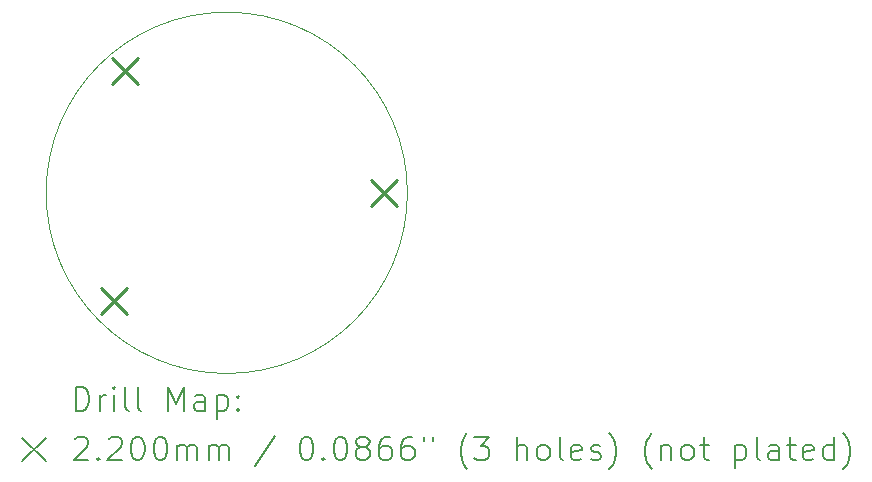
<source format=gbr>
%TF.GenerationSoftware,KiCad,Pcbnew,6.0.7*%
%TF.CreationDate,2022-09-06T10:13:32+02:00*%
%TF.ProjectId,gluhwurmchen,676c7568-7775-4726-9d63-68656e2e6b69,rev?*%
%TF.SameCoordinates,Original*%
%TF.FileFunction,Drillmap*%
%TF.FilePolarity,Positive*%
%FSLAX45Y45*%
G04 Gerber Fmt 4.5, Leading zero omitted, Abs format (unit mm)*
G04 Created by KiCad (PCBNEW 6.0.7) date 2022-09-06 10:13:32*
%MOMM*%
%LPD*%
G01*
G04 APERTURE LIST*
%ADD10C,0.100000*%
%ADD11C,0.200000*%
%ADD12C,0.220000*%
G04 APERTURE END LIST*
D10*
X9784283Y-8890000D02*
G75*
G03*
X9784283Y-8890000I-1529283J0D01*
G01*
D11*
D12*
X7192500Y-9694400D02*
X7412500Y-9914400D01*
X7412500Y-9694400D02*
X7192500Y-9914400D01*
X7281400Y-7751300D02*
X7501400Y-7971300D01*
X7501400Y-7751300D02*
X7281400Y-7971300D01*
X9478500Y-8780000D02*
X9698500Y-9000000D01*
X9698500Y-8780000D02*
X9478500Y-9000000D01*
D11*
X6978336Y-10734759D02*
X6978336Y-10534759D01*
X7025955Y-10534759D01*
X7054527Y-10544283D01*
X7073575Y-10563330D01*
X7083098Y-10582378D01*
X7092622Y-10620473D01*
X7092622Y-10649044D01*
X7083098Y-10687140D01*
X7073575Y-10706187D01*
X7054527Y-10725235D01*
X7025955Y-10734759D01*
X6978336Y-10734759D01*
X7178336Y-10734759D02*
X7178336Y-10601425D01*
X7178336Y-10639521D02*
X7187860Y-10620473D01*
X7197384Y-10610949D01*
X7216432Y-10601425D01*
X7235479Y-10601425D01*
X7302146Y-10734759D02*
X7302146Y-10601425D01*
X7302146Y-10534759D02*
X7292622Y-10544283D01*
X7302146Y-10553806D01*
X7311670Y-10544283D01*
X7302146Y-10534759D01*
X7302146Y-10553806D01*
X7425955Y-10734759D02*
X7406908Y-10725235D01*
X7397384Y-10706187D01*
X7397384Y-10534759D01*
X7530717Y-10734759D02*
X7511670Y-10725235D01*
X7502146Y-10706187D01*
X7502146Y-10534759D01*
X7759289Y-10734759D02*
X7759289Y-10534759D01*
X7825955Y-10677616D01*
X7892622Y-10534759D01*
X7892622Y-10734759D01*
X8073575Y-10734759D02*
X8073575Y-10629997D01*
X8064051Y-10610949D01*
X8045003Y-10601425D01*
X8006908Y-10601425D01*
X7987860Y-10610949D01*
X8073575Y-10725235D02*
X8054527Y-10734759D01*
X8006908Y-10734759D01*
X7987860Y-10725235D01*
X7978336Y-10706187D01*
X7978336Y-10687140D01*
X7987860Y-10668092D01*
X8006908Y-10658568D01*
X8054527Y-10658568D01*
X8073575Y-10649044D01*
X8168813Y-10601425D02*
X8168813Y-10801425D01*
X8168813Y-10610949D02*
X8187860Y-10601425D01*
X8225955Y-10601425D01*
X8245003Y-10610949D01*
X8254527Y-10620473D01*
X8264051Y-10639521D01*
X8264051Y-10696663D01*
X8254527Y-10715711D01*
X8245003Y-10725235D01*
X8225955Y-10734759D01*
X8187860Y-10734759D01*
X8168813Y-10725235D01*
X8349765Y-10715711D02*
X8359289Y-10725235D01*
X8349765Y-10734759D01*
X8340241Y-10725235D01*
X8349765Y-10715711D01*
X8349765Y-10734759D01*
X8349765Y-10610949D02*
X8359289Y-10620473D01*
X8349765Y-10629997D01*
X8340241Y-10620473D01*
X8349765Y-10610949D01*
X8349765Y-10629997D01*
X6520717Y-10964283D02*
X6720717Y-11164283D01*
X6720717Y-10964283D02*
X6520717Y-11164283D01*
X6968813Y-10973806D02*
X6978336Y-10964283D01*
X6997384Y-10954759D01*
X7045003Y-10954759D01*
X7064051Y-10964283D01*
X7073575Y-10973806D01*
X7083098Y-10992854D01*
X7083098Y-11011902D01*
X7073575Y-11040473D01*
X6959289Y-11154759D01*
X7083098Y-11154759D01*
X7168813Y-11135711D02*
X7178336Y-11145235D01*
X7168813Y-11154759D01*
X7159289Y-11145235D01*
X7168813Y-11135711D01*
X7168813Y-11154759D01*
X7254527Y-10973806D02*
X7264051Y-10964283D01*
X7283098Y-10954759D01*
X7330717Y-10954759D01*
X7349765Y-10964283D01*
X7359289Y-10973806D01*
X7368813Y-10992854D01*
X7368813Y-11011902D01*
X7359289Y-11040473D01*
X7245003Y-11154759D01*
X7368813Y-11154759D01*
X7492622Y-10954759D02*
X7511670Y-10954759D01*
X7530717Y-10964283D01*
X7540241Y-10973806D01*
X7549765Y-10992854D01*
X7559289Y-11030949D01*
X7559289Y-11078568D01*
X7549765Y-11116663D01*
X7540241Y-11135711D01*
X7530717Y-11145235D01*
X7511670Y-11154759D01*
X7492622Y-11154759D01*
X7473575Y-11145235D01*
X7464051Y-11135711D01*
X7454527Y-11116663D01*
X7445003Y-11078568D01*
X7445003Y-11030949D01*
X7454527Y-10992854D01*
X7464051Y-10973806D01*
X7473575Y-10964283D01*
X7492622Y-10954759D01*
X7683098Y-10954759D02*
X7702146Y-10954759D01*
X7721194Y-10964283D01*
X7730717Y-10973806D01*
X7740241Y-10992854D01*
X7749765Y-11030949D01*
X7749765Y-11078568D01*
X7740241Y-11116663D01*
X7730717Y-11135711D01*
X7721194Y-11145235D01*
X7702146Y-11154759D01*
X7683098Y-11154759D01*
X7664051Y-11145235D01*
X7654527Y-11135711D01*
X7645003Y-11116663D01*
X7635479Y-11078568D01*
X7635479Y-11030949D01*
X7645003Y-10992854D01*
X7654527Y-10973806D01*
X7664051Y-10964283D01*
X7683098Y-10954759D01*
X7835479Y-11154759D02*
X7835479Y-11021425D01*
X7835479Y-11040473D02*
X7845003Y-11030949D01*
X7864051Y-11021425D01*
X7892622Y-11021425D01*
X7911670Y-11030949D01*
X7921194Y-11049997D01*
X7921194Y-11154759D01*
X7921194Y-11049997D02*
X7930717Y-11030949D01*
X7949765Y-11021425D01*
X7978336Y-11021425D01*
X7997384Y-11030949D01*
X8006908Y-11049997D01*
X8006908Y-11154759D01*
X8102146Y-11154759D02*
X8102146Y-11021425D01*
X8102146Y-11040473D02*
X8111670Y-11030949D01*
X8130717Y-11021425D01*
X8159289Y-11021425D01*
X8178336Y-11030949D01*
X8187860Y-11049997D01*
X8187860Y-11154759D01*
X8187860Y-11049997D02*
X8197384Y-11030949D01*
X8216432Y-11021425D01*
X8245003Y-11021425D01*
X8264051Y-11030949D01*
X8273575Y-11049997D01*
X8273575Y-11154759D01*
X8664051Y-10945235D02*
X8492622Y-11202378D01*
X8921194Y-10954759D02*
X8940241Y-10954759D01*
X8959289Y-10964283D01*
X8968813Y-10973806D01*
X8978337Y-10992854D01*
X8987860Y-11030949D01*
X8987860Y-11078568D01*
X8978337Y-11116663D01*
X8968813Y-11135711D01*
X8959289Y-11145235D01*
X8940241Y-11154759D01*
X8921194Y-11154759D01*
X8902146Y-11145235D01*
X8892622Y-11135711D01*
X8883098Y-11116663D01*
X8873575Y-11078568D01*
X8873575Y-11030949D01*
X8883098Y-10992854D01*
X8892622Y-10973806D01*
X8902146Y-10964283D01*
X8921194Y-10954759D01*
X9073575Y-11135711D02*
X9083098Y-11145235D01*
X9073575Y-11154759D01*
X9064051Y-11145235D01*
X9073575Y-11135711D01*
X9073575Y-11154759D01*
X9206908Y-10954759D02*
X9225956Y-10954759D01*
X9245003Y-10964283D01*
X9254527Y-10973806D01*
X9264051Y-10992854D01*
X9273575Y-11030949D01*
X9273575Y-11078568D01*
X9264051Y-11116663D01*
X9254527Y-11135711D01*
X9245003Y-11145235D01*
X9225956Y-11154759D01*
X9206908Y-11154759D01*
X9187860Y-11145235D01*
X9178337Y-11135711D01*
X9168813Y-11116663D01*
X9159289Y-11078568D01*
X9159289Y-11030949D01*
X9168813Y-10992854D01*
X9178337Y-10973806D01*
X9187860Y-10964283D01*
X9206908Y-10954759D01*
X9387860Y-11040473D02*
X9368813Y-11030949D01*
X9359289Y-11021425D01*
X9349765Y-11002378D01*
X9349765Y-10992854D01*
X9359289Y-10973806D01*
X9368813Y-10964283D01*
X9387860Y-10954759D01*
X9425956Y-10954759D01*
X9445003Y-10964283D01*
X9454527Y-10973806D01*
X9464051Y-10992854D01*
X9464051Y-11002378D01*
X9454527Y-11021425D01*
X9445003Y-11030949D01*
X9425956Y-11040473D01*
X9387860Y-11040473D01*
X9368813Y-11049997D01*
X9359289Y-11059521D01*
X9349765Y-11078568D01*
X9349765Y-11116663D01*
X9359289Y-11135711D01*
X9368813Y-11145235D01*
X9387860Y-11154759D01*
X9425956Y-11154759D01*
X9445003Y-11145235D01*
X9454527Y-11135711D01*
X9464051Y-11116663D01*
X9464051Y-11078568D01*
X9454527Y-11059521D01*
X9445003Y-11049997D01*
X9425956Y-11040473D01*
X9635479Y-10954759D02*
X9597384Y-10954759D01*
X9578337Y-10964283D01*
X9568813Y-10973806D01*
X9549765Y-11002378D01*
X9540241Y-11040473D01*
X9540241Y-11116663D01*
X9549765Y-11135711D01*
X9559289Y-11145235D01*
X9578337Y-11154759D01*
X9616432Y-11154759D01*
X9635479Y-11145235D01*
X9645003Y-11135711D01*
X9654527Y-11116663D01*
X9654527Y-11069044D01*
X9645003Y-11049997D01*
X9635479Y-11040473D01*
X9616432Y-11030949D01*
X9578337Y-11030949D01*
X9559289Y-11040473D01*
X9549765Y-11049997D01*
X9540241Y-11069044D01*
X9825956Y-10954759D02*
X9787860Y-10954759D01*
X9768813Y-10964283D01*
X9759289Y-10973806D01*
X9740241Y-11002378D01*
X9730717Y-11040473D01*
X9730717Y-11116663D01*
X9740241Y-11135711D01*
X9749765Y-11145235D01*
X9768813Y-11154759D01*
X9806908Y-11154759D01*
X9825956Y-11145235D01*
X9835479Y-11135711D01*
X9845003Y-11116663D01*
X9845003Y-11069044D01*
X9835479Y-11049997D01*
X9825956Y-11040473D01*
X9806908Y-11030949D01*
X9768813Y-11030949D01*
X9749765Y-11040473D01*
X9740241Y-11049997D01*
X9730717Y-11069044D01*
X9921194Y-10954759D02*
X9921194Y-10992854D01*
X9997384Y-10954759D02*
X9997384Y-10992854D01*
X10292622Y-11230949D02*
X10283098Y-11221425D01*
X10264051Y-11192854D01*
X10254527Y-11173806D01*
X10245003Y-11145235D01*
X10235479Y-11097616D01*
X10235479Y-11059521D01*
X10245003Y-11011902D01*
X10254527Y-10983330D01*
X10264051Y-10964283D01*
X10283098Y-10935711D01*
X10292622Y-10926187D01*
X10349765Y-10954759D02*
X10473575Y-10954759D01*
X10406908Y-11030949D01*
X10435479Y-11030949D01*
X10454527Y-11040473D01*
X10464051Y-11049997D01*
X10473575Y-11069044D01*
X10473575Y-11116663D01*
X10464051Y-11135711D01*
X10454527Y-11145235D01*
X10435479Y-11154759D01*
X10378337Y-11154759D01*
X10359289Y-11145235D01*
X10349765Y-11135711D01*
X10711670Y-11154759D02*
X10711670Y-10954759D01*
X10797384Y-11154759D02*
X10797384Y-11049997D01*
X10787860Y-11030949D01*
X10768813Y-11021425D01*
X10740241Y-11021425D01*
X10721194Y-11030949D01*
X10711670Y-11040473D01*
X10921194Y-11154759D02*
X10902146Y-11145235D01*
X10892622Y-11135711D01*
X10883098Y-11116663D01*
X10883098Y-11059521D01*
X10892622Y-11040473D01*
X10902146Y-11030949D01*
X10921194Y-11021425D01*
X10949765Y-11021425D01*
X10968813Y-11030949D01*
X10978337Y-11040473D01*
X10987860Y-11059521D01*
X10987860Y-11116663D01*
X10978337Y-11135711D01*
X10968813Y-11145235D01*
X10949765Y-11154759D01*
X10921194Y-11154759D01*
X11102146Y-11154759D02*
X11083098Y-11145235D01*
X11073575Y-11126187D01*
X11073575Y-10954759D01*
X11254527Y-11145235D02*
X11235479Y-11154759D01*
X11197384Y-11154759D01*
X11178337Y-11145235D01*
X11168813Y-11126187D01*
X11168813Y-11049997D01*
X11178337Y-11030949D01*
X11197384Y-11021425D01*
X11235479Y-11021425D01*
X11254527Y-11030949D01*
X11264051Y-11049997D01*
X11264051Y-11069044D01*
X11168813Y-11088092D01*
X11340241Y-11145235D02*
X11359289Y-11154759D01*
X11397384Y-11154759D01*
X11416432Y-11145235D01*
X11425955Y-11126187D01*
X11425955Y-11116663D01*
X11416432Y-11097616D01*
X11397384Y-11088092D01*
X11368813Y-11088092D01*
X11349765Y-11078568D01*
X11340241Y-11059521D01*
X11340241Y-11049997D01*
X11349765Y-11030949D01*
X11368813Y-11021425D01*
X11397384Y-11021425D01*
X11416432Y-11030949D01*
X11492622Y-11230949D02*
X11502146Y-11221425D01*
X11521194Y-11192854D01*
X11530717Y-11173806D01*
X11540241Y-11145235D01*
X11549765Y-11097616D01*
X11549765Y-11059521D01*
X11540241Y-11011902D01*
X11530717Y-10983330D01*
X11521194Y-10964283D01*
X11502146Y-10935711D01*
X11492622Y-10926187D01*
X11854527Y-11230949D02*
X11845003Y-11221425D01*
X11825955Y-11192854D01*
X11816432Y-11173806D01*
X11806908Y-11145235D01*
X11797384Y-11097616D01*
X11797384Y-11059521D01*
X11806908Y-11011902D01*
X11816432Y-10983330D01*
X11825955Y-10964283D01*
X11845003Y-10935711D01*
X11854527Y-10926187D01*
X11930717Y-11021425D02*
X11930717Y-11154759D01*
X11930717Y-11040473D02*
X11940241Y-11030949D01*
X11959289Y-11021425D01*
X11987860Y-11021425D01*
X12006908Y-11030949D01*
X12016432Y-11049997D01*
X12016432Y-11154759D01*
X12140241Y-11154759D02*
X12121194Y-11145235D01*
X12111670Y-11135711D01*
X12102146Y-11116663D01*
X12102146Y-11059521D01*
X12111670Y-11040473D01*
X12121194Y-11030949D01*
X12140241Y-11021425D01*
X12168813Y-11021425D01*
X12187860Y-11030949D01*
X12197384Y-11040473D01*
X12206908Y-11059521D01*
X12206908Y-11116663D01*
X12197384Y-11135711D01*
X12187860Y-11145235D01*
X12168813Y-11154759D01*
X12140241Y-11154759D01*
X12264051Y-11021425D02*
X12340241Y-11021425D01*
X12292622Y-10954759D02*
X12292622Y-11126187D01*
X12302146Y-11145235D01*
X12321194Y-11154759D01*
X12340241Y-11154759D01*
X12559289Y-11021425D02*
X12559289Y-11221425D01*
X12559289Y-11030949D02*
X12578336Y-11021425D01*
X12616432Y-11021425D01*
X12635479Y-11030949D01*
X12645003Y-11040473D01*
X12654527Y-11059521D01*
X12654527Y-11116663D01*
X12645003Y-11135711D01*
X12635479Y-11145235D01*
X12616432Y-11154759D01*
X12578336Y-11154759D01*
X12559289Y-11145235D01*
X12768813Y-11154759D02*
X12749765Y-11145235D01*
X12740241Y-11126187D01*
X12740241Y-10954759D01*
X12930717Y-11154759D02*
X12930717Y-11049997D01*
X12921194Y-11030949D01*
X12902146Y-11021425D01*
X12864051Y-11021425D01*
X12845003Y-11030949D01*
X12930717Y-11145235D02*
X12911670Y-11154759D01*
X12864051Y-11154759D01*
X12845003Y-11145235D01*
X12835479Y-11126187D01*
X12835479Y-11107140D01*
X12845003Y-11088092D01*
X12864051Y-11078568D01*
X12911670Y-11078568D01*
X12930717Y-11069044D01*
X12997384Y-11021425D02*
X13073575Y-11021425D01*
X13025955Y-10954759D02*
X13025955Y-11126187D01*
X13035479Y-11145235D01*
X13054527Y-11154759D01*
X13073575Y-11154759D01*
X13216432Y-11145235D02*
X13197384Y-11154759D01*
X13159289Y-11154759D01*
X13140241Y-11145235D01*
X13130717Y-11126187D01*
X13130717Y-11049997D01*
X13140241Y-11030949D01*
X13159289Y-11021425D01*
X13197384Y-11021425D01*
X13216432Y-11030949D01*
X13225955Y-11049997D01*
X13225955Y-11069044D01*
X13130717Y-11088092D01*
X13397384Y-11154759D02*
X13397384Y-10954759D01*
X13397384Y-11145235D02*
X13378336Y-11154759D01*
X13340241Y-11154759D01*
X13321194Y-11145235D01*
X13311670Y-11135711D01*
X13302146Y-11116663D01*
X13302146Y-11059521D01*
X13311670Y-11040473D01*
X13321194Y-11030949D01*
X13340241Y-11021425D01*
X13378336Y-11021425D01*
X13397384Y-11030949D01*
X13473575Y-11230949D02*
X13483098Y-11221425D01*
X13502146Y-11192854D01*
X13511670Y-11173806D01*
X13521194Y-11145235D01*
X13530717Y-11097616D01*
X13530717Y-11059521D01*
X13521194Y-11011902D01*
X13511670Y-10983330D01*
X13502146Y-10964283D01*
X13483098Y-10935711D01*
X13473575Y-10926187D01*
M02*

</source>
